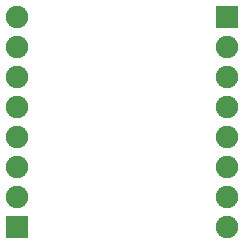
<source format=gbs>
G04 DipTrace 3.0.0.2*
G04 MSP430FR2311_breakout.gbs*
%MOIN*%
G04 #@! TF.FileFunction,Soldermask,Bot*
G04 #@! TF.Part,Single*
%ADD29C,0.074929*%
%ADD31R,0.074929X0.074929*%
%FSLAX26Y26*%
G04*
G70*
G90*
G75*
G01*
G04 BotMask*
%LPD*%
D31*
X494000Y489000D3*
D29*
Y589000D3*
Y689000D3*
Y789000D3*
Y889000D3*
Y989000D3*
Y1089000D3*
Y1189000D3*
D31*
X1194000D3*
D29*
Y1089000D3*
Y989000D3*
Y889000D3*
Y789000D3*
Y689000D3*
Y589000D3*
Y489000D3*
M02*

</source>
